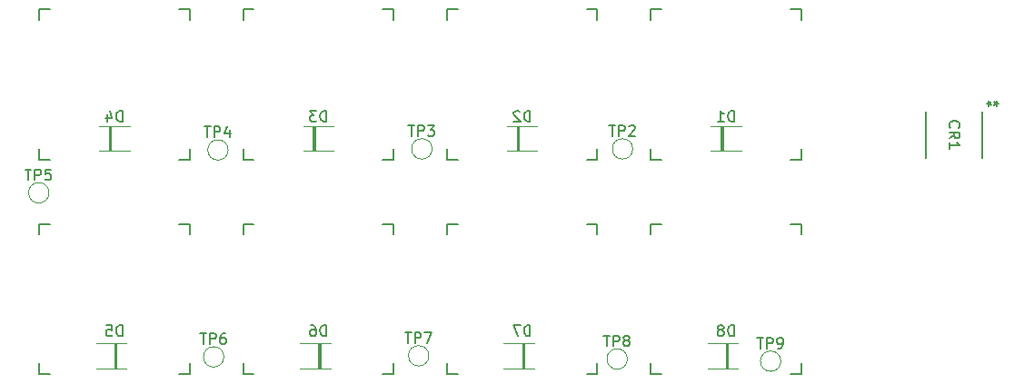
<source format=gbr>
%TF.GenerationSoftware,KiCad,Pcbnew,8.0.2*%
%TF.CreationDate,2024-06-01T03:16:02+02:00*%
%TF.ProjectId,Hellboard,48656c6c-626f-4617-9264-2e6b69636164,rev?*%
%TF.SameCoordinates,Original*%
%TF.FileFunction,Legend,Top*%
%TF.FilePolarity,Positive*%
%FSLAX46Y46*%
G04 Gerber Fmt 4.6, Leading zero omitted, Abs format (unit mm)*
G04 Created by KiCad (PCBNEW 8.0.2) date 2024-06-01 03:16:02*
%MOMM*%
%LPD*%
G01*
G04 APERTURE LIST*
%ADD10C,0.150000*%
%ADD11C,0.120000*%
%ADD12C,0.152400*%
G04 APERTURE END LIST*
D10*
X81638095Y-55806819D02*
X82209523Y-55806819D01*
X81923809Y-56806819D02*
X81923809Y-55806819D01*
X82542857Y-56806819D02*
X82542857Y-55806819D01*
X82542857Y-55806819D02*
X82923809Y-55806819D01*
X82923809Y-55806819D02*
X83019047Y-55854438D01*
X83019047Y-55854438D02*
X83066666Y-55902057D01*
X83066666Y-55902057D02*
X83114285Y-55997295D01*
X83114285Y-55997295D02*
X83114285Y-56140152D01*
X83114285Y-56140152D02*
X83066666Y-56235390D01*
X83066666Y-56235390D02*
X83019047Y-56283009D01*
X83019047Y-56283009D02*
X82923809Y-56330628D01*
X82923809Y-56330628D02*
X82542857Y-56330628D01*
X83447619Y-55806819D02*
X84066666Y-55806819D01*
X84066666Y-55806819D02*
X83733333Y-56187771D01*
X83733333Y-56187771D02*
X83876190Y-56187771D01*
X83876190Y-56187771D02*
X83971428Y-56235390D01*
X83971428Y-56235390D02*
X84019047Y-56283009D01*
X84019047Y-56283009D02*
X84066666Y-56378247D01*
X84066666Y-56378247D02*
X84066666Y-56616342D01*
X84066666Y-56616342D02*
X84019047Y-56711580D01*
X84019047Y-56711580D02*
X83971428Y-56759200D01*
X83971428Y-56759200D02*
X83876190Y-56806819D01*
X83876190Y-56806819D02*
X83590476Y-56806819D01*
X83590476Y-56806819D02*
X83495238Y-56759200D01*
X83495238Y-56759200D02*
X83447619Y-56711580D01*
X73988094Y-75454819D02*
X73988094Y-74454819D01*
X73988094Y-74454819D02*
X73749999Y-74454819D01*
X73749999Y-74454819D02*
X73607142Y-74502438D01*
X73607142Y-74502438D02*
X73511904Y-74597676D01*
X73511904Y-74597676D02*
X73464285Y-74692914D01*
X73464285Y-74692914D02*
X73416666Y-74883390D01*
X73416666Y-74883390D02*
X73416666Y-75026247D01*
X73416666Y-75026247D02*
X73464285Y-75216723D01*
X73464285Y-75216723D02*
X73511904Y-75311961D01*
X73511904Y-75311961D02*
X73607142Y-75407200D01*
X73607142Y-75407200D02*
X73749999Y-75454819D01*
X73749999Y-75454819D02*
X73988094Y-75454819D01*
X72559523Y-74454819D02*
X72749999Y-74454819D01*
X72749999Y-74454819D02*
X72845237Y-74502438D01*
X72845237Y-74502438D02*
X72892856Y-74550057D01*
X72892856Y-74550057D02*
X72988094Y-74692914D01*
X72988094Y-74692914D02*
X73035713Y-74883390D01*
X73035713Y-74883390D02*
X73035713Y-75264342D01*
X73035713Y-75264342D02*
X72988094Y-75359580D01*
X72988094Y-75359580D02*
X72940475Y-75407200D01*
X72940475Y-75407200D02*
X72845237Y-75454819D01*
X72845237Y-75454819D02*
X72654761Y-75454819D01*
X72654761Y-75454819D02*
X72559523Y-75407200D01*
X72559523Y-75407200D02*
X72511904Y-75359580D01*
X72511904Y-75359580D02*
X72464285Y-75264342D01*
X72464285Y-75264342D02*
X72464285Y-75026247D01*
X72464285Y-75026247D02*
X72511904Y-74931009D01*
X72511904Y-74931009D02*
X72559523Y-74883390D01*
X72559523Y-74883390D02*
X72654761Y-74835771D01*
X72654761Y-74835771D02*
X72845237Y-74835771D01*
X72845237Y-74835771D02*
X72940475Y-74883390D01*
X72940475Y-74883390D02*
X72988094Y-74931009D01*
X72988094Y-74931009D02*
X73035713Y-75026247D01*
X99838095Y-75406819D02*
X100409523Y-75406819D01*
X100123809Y-76406819D02*
X100123809Y-75406819D01*
X100742857Y-76406819D02*
X100742857Y-75406819D01*
X100742857Y-75406819D02*
X101123809Y-75406819D01*
X101123809Y-75406819D02*
X101219047Y-75454438D01*
X101219047Y-75454438D02*
X101266666Y-75502057D01*
X101266666Y-75502057D02*
X101314285Y-75597295D01*
X101314285Y-75597295D02*
X101314285Y-75740152D01*
X101314285Y-75740152D02*
X101266666Y-75835390D01*
X101266666Y-75835390D02*
X101219047Y-75883009D01*
X101219047Y-75883009D02*
X101123809Y-75930628D01*
X101123809Y-75930628D02*
X100742857Y-75930628D01*
X101885714Y-75835390D02*
X101790476Y-75787771D01*
X101790476Y-75787771D02*
X101742857Y-75740152D01*
X101742857Y-75740152D02*
X101695238Y-75644914D01*
X101695238Y-75644914D02*
X101695238Y-75597295D01*
X101695238Y-75597295D02*
X101742857Y-75502057D01*
X101742857Y-75502057D02*
X101790476Y-75454438D01*
X101790476Y-75454438D02*
X101885714Y-75406819D01*
X101885714Y-75406819D02*
X102076190Y-75406819D01*
X102076190Y-75406819D02*
X102171428Y-75454438D01*
X102171428Y-75454438D02*
X102219047Y-75502057D01*
X102219047Y-75502057D02*
X102266666Y-75597295D01*
X102266666Y-75597295D02*
X102266666Y-75644914D01*
X102266666Y-75644914D02*
X102219047Y-75740152D01*
X102219047Y-75740152D02*
X102171428Y-75787771D01*
X102171428Y-75787771D02*
X102076190Y-75835390D01*
X102076190Y-75835390D02*
X101885714Y-75835390D01*
X101885714Y-75835390D02*
X101790476Y-75883009D01*
X101790476Y-75883009D02*
X101742857Y-75930628D01*
X101742857Y-75930628D02*
X101695238Y-76025866D01*
X101695238Y-76025866D02*
X101695238Y-76216342D01*
X101695238Y-76216342D02*
X101742857Y-76311580D01*
X101742857Y-76311580D02*
X101790476Y-76359200D01*
X101790476Y-76359200D02*
X101885714Y-76406819D01*
X101885714Y-76406819D02*
X102076190Y-76406819D01*
X102076190Y-76406819D02*
X102171428Y-76359200D01*
X102171428Y-76359200D02*
X102219047Y-76311580D01*
X102219047Y-76311580D02*
X102266666Y-76216342D01*
X102266666Y-76216342D02*
X102266666Y-76025866D01*
X102266666Y-76025866D02*
X102219047Y-75930628D01*
X102219047Y-75930628D02*
X102171428Y-75883009D01*
X102171428Y-75883009D02*
X102076190Y-75835390D01*
X111988094Y-75454819D02*
X111988094Y-74454819D01*
X111988094Y-74454819D02*
X111749999Y-74454819D01*
X111749999Y-74454819D02*
X111607142Y-74502438D01*
X111607142Y-74502438D02*
X111511904Y-74597676D01*
X111511904Y-74597676D02*
X111464285Y-74692914D01*
X111464285Y-74692914D02*
X111416666Y-74883390D01*
X111416666Y-74883390D02*
X111416666Y-75026247D01*
X111416666Y-75026247D02*
X111464285Y-75216723D01*
X111464285Y-75216723D02*
X111511904Y-75311961D01*
X111511904Y-75311961D02*
X111607142Y-75407200D01*
X111607142Y-75407200D02*
X111749999Y-75454819D01*
X111749999Y-75454819D02*
X111988094Y-75454819D01*
X110845237Y-74883390D02*
X110940475Y-74835771D01*
X110940475Y-74835771D02*
X110988094Y-74788152D01*
X110988094Y-74788152D02*
X111035713Y-74692914D01*
X111035713Y-74692914D02*
X111035713Y-74645295D01*
X111035713Y-74645295D02*
X110988094Y-74550057D01*
X110988094Y-74550057D02*
X110940475Y-74502438D01*
X110940475Y-74502438D02*
X110845237Y-74454819D01*
X110845237Y-74454819D02*
X110654761Y-74454819D01*
X110654761Y-74454819D02*
X110559523Y-74502438D01*
X110559523Y-74502438D02*
X110511904Y-74550057D01*
X110511904Y-74550057D02*
X110464285Y-74645295D01*
X110464285Y-74645295D02*
X110464285Y-74692914D01*
X110464285Y-74692914D02*
X110511904Y-74788152D01*
X110511904Y-74788152D02*
X110559523Y-74835771D01*
X110559523Y-74835771D02*
X110654761Y-74883390D01*
X110654761Y-74883390D02*
X110845237Y-74883390D01*
X110845237Y-74883390D02*
X110940475Y-74931009D01*
X110940475Y-74931009D02*
X110988094Y-74978628D01*
X110988094Y-74978628D02*
X111035713Y-75073866D01*
X111035713Y-75073866D02*
X111035713Y-75264342D01*
X111035713Y-75264342D02*
X110988094Y-75359580D01*
X110988094Y-75359580D02*
X110940475Y-75407200D01*
X110940475Y-75407200D02*
X110845237Y-75454819D01*
X110845237Y-75454819D02*
X110654761Y-75454819D01*
X110654761Y-75454819D02*
X110559523Y-75407200D01*
X110559523Y-75407200D02*
X110511904Y-75359580D01*
X110511904Y-75359580D02*
X110464285Y-75264342D01*
X110464285Y-75264342D02*
X110464285Y-75073866D01*
X110464285Y-75073866D02*
X110511904Y-74978628D01*
X110511904Y-74978628D02*
X110559523Y-74931009D01*
X110559523Y-74931009D02*
X110654761Y-74883390D01*
X62238095Y-75206819D02*
X62809523Y-75206819D01*
X62523809Y-76206819D02*
X62523809Y-75206819D01*
X63142857Y-76206819D02*
X63142857Y-75206819D01*
X63142857Y-75206819D02*
X63523809Y-75206819D01*
X63523809Y-75206819D02*
X63619047Y-75254438D01*
X63619047Y-75254438D02*
X63666666Y-75302057D01*
X63666666Y-75302057D02*
X63714285Y-75397295D01*
X63714285Y-75397295D02*
X63714285Y-75540152D01*
X63714285Y-75540152D02*
X63666666Y-75635390D01*
X63666666Y-75635390D02*
X63619047Y-75683009D01*
X63619047Y-75683009D02*
X63523809Y-75730628D01*
X63523809Y-75730628D02*
X63142857Y-75730628D01*
X64571428Y-75206819D02*
X64380952Y-75206819D01*
X64380952Y-75206819D02*
X64285714Y-75254438D01*
X64285714Y-75254438D02*
X64238095Y-75302057D01*
X64238095Y-75302057D02*
X64142857Y-75444914D01*
X64142857Y-75444914D02*
X64095238Y-75635390D01*
X64095238Y-75635390D02*
X64095238Y-76016342D01*
X64095238Y-76016342D02*
X64142857Y-76111580D01*
X64142857Y-76111580D02*
X64190476Y-76159200D01*
X64190476Y-76159200D02*
X64285714Y-76206819D01*
X64285714Y-76206819D02*
X64476190Y-76206819D01*
X64476190Y-76206819D02*
X64571428Y-76159200D01*
X64571428Y-76159200D02*
X64619047Y-76111580D01*
X64619047Y-76111580D02*
X64666666Y-76016342D01*
X64666666Y-76016342D02*
X64666666Y-75778247D01*
X64666666Y-75778247D02*
X64619047Y-75683009D01*
X64619047Y-75683009D02*
X64571428Y-75635390D01*
X64571428Y-75635390D02*
X64476190Y-75587771D01*
X64476190Y-75587771D02*
X64285714Y-75587771D01*
X64285714Y-75587771D02*
X64190476Y-75635390D01*
X64190476Y-75635390D02*
X64142857Y-75683009D01*
X64142857Y-75683009D02*
X64095238Y-75778247D01*
X132135419Y-56023633D02*
X132087800Y-55976014D01*
X132087800Y-55976014D02*
X132040180Y-55833157D01*
X132040180Y-55833157D02*
X132040180Y-55737919D01*
X132040180Y-55737919D02*
X132087800Y-55595062D01*
X132087800Y-55595062D02*
X132183038Y-55499824D01*
X132183038Y-55499824D02*
X132278276Y-55452205D01*
X132278276Y-55452205D02*
X132468752Y-55404586D01*
X132468752Y-55404586D02*
X132611609Y-55404586D01*
X132611609Y-55404586D02*
X132802085Y-55452205D01*
X132802085Y-55452205D02*
X132897323Y-55499824D01*
X132897323Y-55499824D02*
X132992561Y-55595062D01*
X132992561Y-55595062D02*
X133040180Y-55737919D01*
X133040180Y-55737919D02*
X133040180Y-55833157D01*
X133040180Y-55833157D02*
X132992561Y-55976014D01*
X132992561Y-55976014D02*
X132944942Y-56023633D01*
X132040180Y-57023633D02*
X132516371Y-56690300D01*
X132040180Y-56452205D02*
X133040180Y-56452205D01*
X133040180Y-56452205D02*
X133040180Y-56833157D01*
X133040180Y-56833157D02*
X132992561Y-56928395D01*
X132992561Y-56928395D02*
X132944942Y-56976014D01*
X132944942Y-56976014D02*
X132849704Y-57023633D01*
X132849704Y-57023633D02*
X132706847Y-57023633D01*
X132706847Y-57023633D02*
X132611609Y-56976014D01*
X132611609Y-56976014D02*
X132563990Y-56928395D01*
X132563990Y-56928395D02*
X132516371Y-56833157D01*
X132516371Y-56833157D02*
X132516371Y-56452205D01*
X132040180Y-57976014D02*
X132040180Y-57404586D01*
X132040180Y-57690300D02*
X133040180Y-57690300D01*
X133040180Y-57690300D02*
X132897323Y-57595062D01*
X132897323Y-57595062D02*
X132802085Y-57499824D01*
X132802085Y-57499824D02*
X132754466Y-57404586D01*
X136646180Y-53756600D02*
X136408085Y-53756600D01*
X136503323Y-53518505D02*
X136408085Y-53756600D01*
X136408085Y-53756600D02*
X136503323Y-53994695D01*
X136217609Y-53613743D02*
X136408085Y-53756600D01*
X136408085Y-53756600D02*
X136217609Y-53899457D01*
X135555819Y-53756599D02*
X135793914Y-53756599D01*
X135698676Y-53994694D02*
X135793914Y-53756599D01*
X135793914Y-53756599D02*
X135698676Y-53518504D01*
X135984390Y-53899456D02*
X135793914Y-53756599D01*
X135793914Y-53756599D02*
X135984390Y-53613742D01*
X81338095Y-75106819D02*
X81909523Y-75106819D01*
X81623809Y-76106819D02*
X81623809Y-75106819D01*
X82242857Y-76106819D02*
X82242857Y-75106819D01*
X82242857Y-75106819D02*
X82623809Y-75106819D01*
X82623809Y-75106819D02*
X82719047Y-75154438D01*
X82719047Y-75154438D02*
X82766666Y-75202057D01*
X82766666Y-75202057D02*
X82814285Y-75297295D01*
X82814285Y-75297295D02*
X82814285Y-75440152D01*
X82814285Y-75440152D02*
X82766666Y-75535390D01*
X82766666Y-75535390D02*
X82719047Y-75583009D01*
X82719047Y-75583009D02*
X82623809Y-75630628D01*
X82623809Y-75630628D02*
X82242857Y-75630628D01*
X83147619Y-75106819D02*
X83814285Y-75106819D01*
X83814285Y-75106819D02*
X83385714Y-76106819D01*
X111988094Y-55454819D02*
X111988094Y-54454819D01*
X111988094Y-54454819D02*
X111749999Y-54454819D01*
X111749999Y-54454819D02*
X111607142Y-54502438D01*
X111607142Y-54502438D02*
X111511904Y-54597676D01*
X111511904Y-54597676D02*
X111464285Y-54692914D01*
X111464285Y-54692914D02*
X111416666Y-54883390D01*
X111416666Y-54883390D02*
X111416666Y-55026247D01*
X111416666Y-55026247D02*
X111464285Y-55216723D01*
X111464285Y-55216723D02*
X111511904Y-55311961D01*
X111511904Y-55311961D02*
X111607142Y-55407200D01*
X111607142Y-55407200D02*
X111749999Y-55454819D01*
X111749999Y-55454819D02*
X111988094Y-55454819D01*
X110464285Y-55454819D02*
X111035713Y-55454819D01*
X110749999Y-55454819D02*
X110749999Y-54454819D01*
X110749999Y-54454819D02*
X110845237Y-54597676D01*
X110845237Y-54597676D02*
X110940475Y-54692914D01*
X110940475Y-54692914D02*
X111035713Y-54740533D01*
X92988094Y-55454819D02*
X92988094Y-54454819D01*
X92988094Y-54454819D02*
X92749999Y-54454819D01*
X92749999Y-54454819D02*
X92607142Y-54502438D01*
X92607142Y-54502438D02*
X92511904Y-54597676D01*
X92511904Y-54597676D02*
X92464285Y-54692914D01*
X92464285Y-54692914D02*
X92416666Y-54883390D01*
X92416666Y-54883390D02*
X92416666Y-55026247D01*
X92416666Y-55026247D02*
X92464285Y-55216723D01*
X92464285Y-55216723D02*
X92511904Y-55311961D01*
X92511904Y-55311961D02*
X92607142Y-55407200D01*
X92607142Y-55407200D02*
X92749999Y-55454819D01*
X92749999Y-55454819D02*
X92988094Y-55454819D01*
X92035713Y-54550057D02*
X91988094Y-54502438D01*
X91988094Y-54502438D02*
X91892856Y-54454819D01*
X91892856Y-54454819D02*
X91654761Y-54454819D01*
X91654761Y-54454819D02*
X91559523Y-54502438D01*
X91559523Y-54502438D02*
X91511904Y-54550057D01*
X91511904Y-54550057D02*
X91464285Y-54645295D01*
X91464285Y-54645295D02*
X91464285Y-54740533D01*
X91464285Y-54740533D02*
X91511904Y-54883390D01*
X91511904Y-54883390D02*
X92083332Y-55454819D01*
X92083332Y-55454819D02*
X91464285Y-55454819D01*
X73988094Y-55454819D02*
X73988094Y-54454819D01*
X73988094Y-54454819D02*
X73749999Y-54454819D01*
X73749999Y-54454819D02*
X73607142Y-54502438D01*
X73607142Y-54502438D02*
X73511904Y-54597676D01*
X73511904Y-54597676D02*
X73464285Y-54692914D01*
X73464285Y-54692914D02*
X73416666Y-54883390D01*
X73416666Y-54883390D02*
X73416666Y-55026247D01*
X73416666Y-55026247D02*
X73464285Y-55216723D01*
X73464285Y-55216723D02*
X73511904Y-55311961D01*
X73511904Y-55311961D02*
X73607142Y-55407200D01*
X73607142Y-55407200D02*
X73749999Y-55454819D01*
X73749999Y-55454819D02*
X73988094Y-55454819D01*
X73083332Y-54454819D02*
X72464285Y-54454819D01*
X72464285Y-54454819D02*
X72797618Y-54835771D01*
X72797618Y-54835771D02*
X72654761Y-54835771D01*
X72654761Y-54835771D02*
X72559523Y-54883390D01*
X72559523Y-54883390D02*
X72511904Y-54931009D01*
X72511904Y-54931009D02*
X72464285Y-55026247D01*
X72464285Y-55026247D02*
X72464285Y-55264342D01*
X72464285Y-55264342D02*
X72511904Y-55359580D01*
X72511904Y-55359580D02*
X72559523Y-55407200D01*
X72559523Y-55407200D02*
X72654761Y-55454819D01*
X72654761Y-55454819D02*
X72940475Y-55454819D01*
X72940475Y-55454819D02*
X73035713Y-55407200D01*
X73035713Y-55407200D02*
X73083332Y-55359580D01*
X45938095Y-59906819D02*
X46509523Y-59906819D01*
X46223809Y-60906819D02*
X46223809Y-59906819D01*
X46842857Y-60906819D02*
X46842857Y-59906819D01*
X46842857Y-59906819D02*
X47223809Y-59906819D01*
X47223809Y-59906819D02*
X47319047Y-59954438D01*
X47319047Y-59954438D02*
X47366666Y-60002057D01*
X47366666Y-60002057D02*
X47414285Y-60097295D01*
X47414285Y-60097295D02*
X47414285Y-60240152D01*
X47414285Y-60240152D02*
X47366666Y-60335390D01*
X47366666Y-60335390D02*
X47319047Y-60383009D01*
X47319047Y-60383009D02*
X47223809Y-60430628D01*
X47223809Y-60430628D02*
X46842857Y-60430628D01*
X48319047Y-59906819D02*
X47842857Y-59906819D01*
X47842857Y-59906819D02*
X47795238Y-60383009D01*
X47795238Y-60383009D02*
X47842857Y-60335390D01*
X47842857Y-60335390D02*
X47938095Y-60287771D01*
X47938095Y-60287771D02*
X48176190Y-60287771D01*
X48176190Y-60287771D02*
X48271428Y-60335390D01*
X48271428Y-60335390D02*
X48319047Y-60383009D01*
X48319047Y-60383009D02*
X48366666Y-60478247D01*
X48366666Y-60478247D02*
X48366666Y-60716342D01*
X48366666Y-60716342D02*
X48319047Y-60811580D01*
X48319047Y-60811580D02*
X48271428Y-60859200D01*
X48271428Y-60859200D02*
X48176190Y-60906819D01*
X48176190Y-60906819D02*
X47938095Y-60906819D01*
X47938095Y-60906819D02*
X47842857Y-60859200D01*
X47842857Y-60859200D02*
X47795238Y-60811580D01*
X100338095Y-55806819D02*
X100909523Y-55806819D01*
X100623809Y-56806819D02*
X100623809Y-55806819D01*
X101242857Y-56806819D02*
X101242857Y-55806819D01*
X101242857Y-55806819D02*
X101623809Y-55806819D01*
X101623809Y-55806819D02*
X101719047Y-55854438D01*
X101719047Y-55854438D02*
X101766666Y-55902057D01*
X101766666Y-55902057D02*
X101814285Y-55997295D01*
X101814285Y-55997295D02*
X101814285Y-56140152D01*
X101814285Y-56140152D02*
X101766666Y-56235390D01*
X101766666Y-56235390D02*
X101719047Y-56283009D01*
X101719047Y-56283009D02*
X101623809Y-56330628D01*
X101623809Y-56330628D02*
X101242857Y-56330628D01*
X102195238Y-55902057D02*
X102242857Y-55854438D01*
X102242857Y-55854438D02*
X102338095Y-55806819D01*
X102338095Y-55806819D02*
X102576190Y-55806819D01*
X102576190Y-55806819D02*
X102671428Y-55854438D01*
X102671428Y-55854438D02*
X102719047Y-55902057D01*
X102719047Y-55902057D02*
X102766666Y-55997295D01*
X102766666Y-55997295D02*
X102766666Y-56092533D01*
X102766666Y-56092533D02*
X102719047Y-56235390D01*
X102719047Y-56235390D02*
X102147619Y-56806819D01*
X102147619Y-56806819D02*
X102766666Y-56806819D01*
X92988094Y-75454819D02*
X92988094Y-74454819D01*
X92988094Y-74454819D02*
X92749999Y-74454819D01*
X92749999Y-74454819D02*
X92607142Y-74502438D01*
X92607142Y-74502438D02*
X92511904Y-74597676D01*
X92511904Y-74597676D02*
X92464285Y-74692914D01*
X92464285Y-74692914D02*
X92416666Y-74883390D01*
X92416666Y-74883390D02*
X92416666Y-75026247D01*
X92416666Y-75026247D02*
X92464285Y-75216723D01*
X92464285Y-75216723D02*
X92511904Y-75311961D01*
X92511904Y-75311961D02*
X92607142Y-75407200D01*
X92607142Y-75407200D02*
X92749999Y-75454819D01*
X92749999Y-75454819D02*
X92988094Y-75454819D01*
X92083332Y-74454819D02*
X91416666Y-74454819D01*
X91416666Y-74454819D02*
X91845237Y-75454819D01*
X114138095Y-75606819D02*
X114709523Y-75606819D01*
X114423809Y-76606819D02*
X114423809Y-75606819D01*
X115042857Y-76606819D02*
X115042857Y-75606819D01*
X115042857Y-75606819D02*
X115423809Y-75606819D01*
X115423809Y-75606819D02*
X115519047Y-75654438D01*
X115519047Y-75654438D02*
X115566666Y-75702057D01*
X115566666Y-75702057D02*
X115614285Y-75797295D01*
X115614285Y-75797295D02*
X115614285Y-75940152D01*
X115614285Y-75940152D02*
X115566666Y-76035390D01*
X115566666Y-76035390D02*
X115519047Y-76083009D01*
X115519047Y-76083009D02*
X115423809Y-76130628D01*
X115423809Y-76130628D02*
X115042857Y-76130628D01*
X116090476Y-76606819D02*
X116280952Y-76606819D01*
X116280952Y-76606819D02*
X116376190Y-76559200D01*
X116376190Y-76559200D02*
X116423809Y-76511580D01*
X116423809Y-76511580D02*
X116519047Y-76368723D01*
X116519047Y-76368723D02*
X116566666Y-76178247D01*
X116566666Y-76178247D02*
X116566666Y-75797295D01*
X116566666Y-75797295D02*
X116519047Y-75702057D01*
X116519047Y-75702057D02*
X116471428Y-75654438D01*
X116471428Y-75654438D02*
X116376190Y-75606819D01*
X116376190Y-75606819D02*
X116185714Y-75606819D01*
X116185714Y-75606819D02*
X116090476Y-75654438D01*
X116090476Y-75654438D02*
X116042857Y-75702057D01*
X116042857Y-75702057D02*
X115995238Y-75797295D01*
X115995238Y-75797295D02*
X115995238Y-76035390D01*
X115995238Y-76035390D02*
X116042857Y-76130628D01*
X116042857Y-76130628D02*
X116090476Y-76178247D01*
X116090476Y-76178247D02*
X116185714Y-76225866D01*
X116185714Y-76225866D02*
X116376190Y-76225866D01*
X116376190Y-76225866D02*
X116471428Y-76178247D01*
X116471428Y-76178247D02*
X116519047Y-76130628D01*
X116519047Y-76130628D02*
X116566666Y-76035390D01*
X54988094Y-55454819D02*
X54988094Y-54454819D01*
X54988094Y-54454819D02*
X54749999Y-54454819D01*
X54749999Y-54454819D02*
X54607142Y-54502438D01*
X54607142Y-54502438D02*
X54511904Y-54597676D01*
X54511904Y-54597676D02*
X54464285Y-54692914D01*
X54464285Y-54692914D02*
X54416666Y-54883390D01*
X54416666Y-54883390D02*
X54416666Y-55026247D01*
X54416666Y-55026247D02*
X54464285Y-55216723D01*
X54464285Y-55216723D02*
X54511904Y-55311961D01*
X54511904Y-55311961D02*
X54607142Y-55407200D01*
X54607142Y-55407200D02*
X54749999Y-55454819D01*
X54749999Y-55454819D02*
X54988094Y-55454819D01*
X53559523Y-54788152D02*
X53559523Y-55454819D01*
X53797618Y-54407200D02*
X54035713Y-55121485D01*
X54035713Y-55121485D02*
X53416666Y-55121485D01*
X54988094Y-75454819D02*
X54988094Y-74454819D01*
X54988094Y-74454819D02*
X54749999Y-74454819D01*
X54749999Y-74454819D02*
X54607142Y-74502438D01*
X54607142Y-74502438D02*
X54511904Y-74597676D01*
X54511904Y-74597676D02*
X54464285Y-74692914D01*
X54464285Y-74692914D02*
X54416666Y-74883390D01*
X54416666Y-74883390D02*
X54416666Y-75026247D01*
X54416666Y-75026247D02*
X54464285Y-75216723D01*
X54464285Y-75216723D02*
X54511904Y-75311961D01*
X54511904Y-75311961D02*
X54607142Y-75407200D01*
X54607142Y-75407200D02*
X54749999Y-75454819D01*
X54749999Y-75454819D02*
X54988094Y-75454819D01*
X53511904Y-74454819D02*
X53988094Y-74454819D01*
X53988094Y-74454819D02*
X54035713Y-74931009D01*
X54035713Y-74931009D02*
X53988094Y-74883390D01*
X53988094Y-74883390D02*
X53892856Y-74835771D01*
X53892856Y-74835771D02*
X53654761Y-74835771D01*
X53654761Y-74835771D02*
X53559523Y-74883390D01*
X53559523Y-74883390D02*
X53511904Y-74931009D01*
X53511904Y-74931009D02*
X53464285Y-75026247D01*
X53464285Y-75026247D02*
X53464285Y-75264342D01*
X53464285Y-75264342D02*
X53511904Y-75359580D01*
X53511904Y-75359580D02*
X53559523Y-75407200D01*
X53559523Y-75407200D02*
X53654761Y-75454819D01*
X53654761Y-75454819D02*
X53892856Y-75454819D01*
X53892856Y-75454819D02*
X53988094Y-75407200D01*
X53988094Y-75407200D02*
X54035713Y-75359580D01*
X62638095Y-55906819D02*
X63209523Y-55906819D01*
X62923809Y-56906819D02*
X62923809Y-55906819D01*
X63542857Y-56906819D02*
X63542857Y-55906819D01*
X63542857Y-55906819D02*
X63923809Y-55906819D01*
X63923809Y-55906819D02*
X64019047Y-55954438D01*
X64019047Y-55954438D02*
X64066666Y-56002057D01*
X64066666Y-56002057D02*
X64114285Y-56097295D01*
X64114285Y-56097295D02*
X64114285Y-56240152D01*
X64114285Y-56240152D02*
X64066666Y-56335390D01*
X64066666Y-56335390D02*
X64019047Y-56383009D01*
X64019047Y-56383009D02*
X63923809Y-56430628D01*
X63923809Y-56430628D02*
X63542857Y-56430628D01*
X64971428Y-56240152D02*
X64971428Y-56906819D01*
X64733333Y-55859200D02*
X64495238Y-56573485D01*
X64495238Y-56573485D02*
X65114285Y-56573485D01*
D11*
%TO.C,TP3*%
X83850000Y-58000000D02*
G75*
G02*
X81950000Y-58000000I-950000J0D01*
G01*
X81950000Y-58000000D02*
G75*
G02*
X83850000Y-58000000I950000J0D01*
G01*
D10*
%TO.C,D6*%
X66250000Y-66000000D02*
X66250000Y-65000000D01*
X66250000Y-79000000D02*
X66250000Y-78000000D01*
X66250000Y-79000000D02*
X67250000Y-79000000D01*
X67250000Y-65000000D02*
X66250000Y-65000000D01*
D11*
X74370000Y-76150000D02*
X71530000Y-76150000D01*
X74370000Y-78450000D02*
X71530000Y-78450000D01*
D10*
X79250000Y-79000000D02*
X80250000Y-79000000D01*
X80250000Y-65000000D02*
X79250000Y-65000000D01*
X80250000Y-65000000D02*
X80250000Y-66000000D01*
X80250000Y-78000000D02*
X80250000Y-79000000D01*
D11*
X73250000Y-76150000D02*
X73450000Y-76150000D01*
X73450000Y-78450000D01*
X73250000Y-78450000D01*
X73250000Y-76150000D01*
G36*
X73250000Y-76150000D02*
G01*
X73450000Y-76150000D01*
X73450000Y-78450000D01*
X73250000Y-78450000D01*
X73250000Y-76150000D01*
G37*
%TO.C,TP8*%
X102050000Y-77600000D02*
G75*
G02*
X100150000Y-77600000I-950000J0D01*
G01*
X100150000Y-77600000D02*
G75*
G02*
X102050000Y-77600000I950000J0D01*
G01*
D10*
%TO.C,D8*%
X104250000Y-66000000D02*
X104250000Y-65000000D01*
X104250000Y-79000000D02*
X104250000Y-78000000D01*
X104250000Y-79000000D02*
X105250000Y-79000000D01*
X105250000Y-65000000D02*
X104250000Y-65000000D01*
D11*
X112370000Y-76150000D02*
X109530000Y-76150000D01*
X112370000Y-78450000D02*
X109530000Y-78450000D01*
D10*
X117250000Y-79000000D02*
X118250000Y-79000000D01*
X118250000Y-65000000D02*
X117250000Y-65000000D01*
X118250000Y-65000000D02*
X118250000Y-66000000D01*
X118250000Y-78000000D02*
X118250000Y-79000000D01*
D11*
X111250000Y-76150000D02*
X111450000Y-76150000D01*
X111450000Y-78450000D01*
X111250000Y-78450000D01*
X111250000Y-76150000D01*
G36*
X111250000Y-76150000D02*
G01*
X111450000Y-76150000D01*
X111450000Y-78450000D01*
X111250000Y-78450000D01*
X111250000Y-76150000D01*
G37*
%TO.C,TP6*%
X64450000Y-77400000D02*
G75*
G02*
X62550000Y-77400000I-950000J0D01*
G01*
X62550000Y-77400000D02*
G75*
G02*
X64450000Y-77400000I950000J0D01*
G01*
D12*
%TO.C,CR1*%
X129866100Y-54556700D02*
X129866100Y-58823900D01*
X135123900Y-58823900D02*
X135123900Y-54556700D01*
D11*
%TO.C,TP7*%
X83550000Y-77300000D02*
G75*
G02*
X81650000Y-77300000I-950000J0D01*
G01*
X81650000Y-77300000D02*
G75*
G02*
X83550000Y-77300000I950000J0D01*
G01*
D10*
%TO.C,D1*%
X104250000Y-46000000D02*
X104250000Y-45000000D01*
X104250000Y-59000000D02*
X104250000Y-58000000D01*
X104250000Y-59000000D02*
X105250000Y-59000000D01*
X105250000Y-45000000D02*
X104250000Y-45000000D01*
D11*
X109830000Y-55850000D02*
X112670000Y-55850000D01*
X109830000Y-58150000D02*
X112670000Y-58150000D01*
D10*
X117250000Y-59000000D02*
X118250000Y-59000000D01*
X118250000Y-45000000D02*
X117250000Y-45000000D01*
X118250000Y-45000000D02*
X118250000Y-46000000D01*
X118250000Y-58000000D02*
X118250000Y-59000000D01*
D11*
X110950000Y-58150000D02*
X110750000Y-58150000D01*
X110750000Y-55850000D01*
X110950000Y-55850000D01*
X110950000Y-58150000D01*
G36*
X110950000Y-58150000D02*
G01*
X110750000Y-58150000D01*
X110750000Y-55850000D01*
X110950000Y-55850000D01*
X110950000Y-58150000D01*
G37*
D10*
%TO.C,D2*%
X85250000Y-46000000D02*
X85250000Y-45000000D01*
X85250000Y-59000000D02*
X85250000Y-58000000D01*
X85250000Y-59000000D02*
X86250000Y-59000000D01*
X86250000Y-45000000D02*
X85250000Y-45000000D01*
D11*
X90830000Y-55850000D02*
X93670000Y-55850000D01*
X90830000Y-58150000D02*
X93670000Y-58150000D01*
D10*
X98250000Y-59000000D02*
X99250000Y-59000000D01*
X99250000Y-45000000D02*
X98250000Y-45000000D01*
X99250000Y-45000000D02*
X99250000Y-46000000D01*
X99250000Y-58000000D02*
X99250000Y-59000000D01*
D11*
X91950000Y-58150000D02*
X91750000Y-58150000D01*
X91750000Y-55850000D01*
X91950000Y-55850000D01*
X91950000Y-58150000D01*
G36*
X91950000Y-58150000D02*
G01*
X91750000Y-58150000D01*
X91750000Y-55850000D01*
X91950000Y-55850000D01*
X91950000Y-58150000D01*
G37*
D10*
%TO.C,D3*%
X66250000Y-46000000D02*
X66250000Y-45000000D01*
X66250000Y-59000000D02*
X66250000Y-58000000D01*
X66250000Y-59000000D02*
X67250000Y-59000000D01*
X67250000Y-45000000D02*
X66250000Y-45000000D01*
D11*
X71830000Y-55850000D02*
X74670000Y-55850000D01*
X71830000Y-58150000D02*
X74670000Y-58150000D01*
D10*
X79250000Y-59000000D02*
X80250000Y-59000000D01*
X80250000Y-45000000D02*
X79250000Y-45000000D01*
X80250000Y-45000000D02*
X80250000Y-46000000D01*
X80250000Y-58000000D02*
X80250000Y-59000000D01*
D11*
X72950000Y-58150000D02*
X72750000Y-58150000D01*
X72750000Y-55850000D01*
X72950000Y-55850000D01*
X72950000Y-58150000D01*
G36*
X72950000Y-58150000D02*
G01*
X72750000Y-58150000D01*
X72750000Y-55850000D01*
X72950000Y-55850000D01*
X72950000Y-58150000D01*
G37*
%TO.C,TP5*%
X48150000Y-62100000D02*
G75*
G02*
X46250000Y-62100000I-950000J0D01*
G01*
X46250000Y-62100000D02*
G75*
G02*
X48150000Y-62100000I950000J0D01*
G01*
%TO.C,TP2*%
X102550000Y-58000000D02*
G75*
G02*
X100650000Y-58000000I-950000J0D01*
G01*
X100650000Y-58000000D02*
G75*
G02*
X102550000Y-58000000I950000J0D01*
G01*
D10*
%TO.C,D7*%
X85250000Y-66000000D02*
X85250000Y-65000000D01*
X85250000Y-79000000D02*
X85250000Y-78000000D01*
X85250000Y-79000000D02*
X86250000Y-79000000D01*
X86250000Y-65000000D02*
X85250000Y-65000000D01*
D11*
X93370000Y-76150000D02*
X90530000Y-76150000D01*
X93370000Y-78450000D02*
X90530000Y-78450000D01*
D10*
X98250000Y-79000000D02*
X99250000Y-79000000D01*
X99250000Y-65000000D02*
X98250000Y-65000000D01*
X99250000Y-65000000D02*
X99250000Y-66000000D01*
X99250000Y-78000000D02*
X99250000Y-79000000D01*
D11*
X92250000Y-76150000D02*
X92450000Y-76150000D01*
X92450000Y-78450000D01*
X92250000Y-78450000D01*
X92250000Y-76150000D01*
G36*
X92250000Y-76150000D02*
G01*
X92450000Y-76150000D01*
X92450000Y-78450000D01*
X92250000Y-78450000D01*
X92250000Y-76150000D01*
G37*
%TO.C,TP9*%
X116350000Y-77800000D02*
G75*
G02*
X114450000Y-77800000I-950000J0D01*
G01*
X114450000Y-77800000D02*
G75*
G02*
X116350000Y-77800000I950000J0D01*
G01*
D10*
%TO.C,D4*%
X47250000Y-46000000D02*
X47250000Y-45000000D01*
X47250000Y-59000000D02*
X47250000Y-58000000D01*
X47250000Y-59000000D02*
X48250000Y-59000000D01*
X48250000Y-45000000D02*
X47250000Y-45000000D01*
D11*
X52830000Y-55850000D02*
X55670000Y-55850000D01*
X52830000Y-58150000D02*
X55670000Y-58150000D01*
D10*
X60250000Y-59000000D02*
X61250000Y-59000000D01*
X61250000Y-45000000D02*
X60250000Y-45000000D01*
X61250000Y-45000000D02*
X61250000Y-46000000D01*
X61250000Y-58000000D02*
X61250000Y-59000000D01*
D11*
X53950000Y-58150000D02*
X53750000Y-58150000D01*
X53750000Y-55850000D01*
X53950000Y-55850000D01*
X53950000Y-58150000D01*
G36*
X53950000Y-58150000D02*
G01*
X53750000Y-58150000D01*
X53750000Y-55850000D01*
X53950000Y-55850000D01*
X53950000Y-58150000D01*
G37*
D10*
%TO.C,D5*%
X47250000Y-66000000D02*
X47250000Y-65000000D01*
X47250000Y-79000000D02*
X47250000Y-78000000D01*
X47250000Y-79000000D02*
X48250000Y-79000000D01*
X48250000Y-65000000D02*
X47250000Y-65000000D01*
D11*
X55370000Y-76150000D02*
X52530000Y-76150000D01*
X55370000Y-78450000D02*
X52530000Y-78450000D01*
D10*
X60250000Y-79000000D02*
X61250000Y-79000000D01*
X61250000Y-65000000D02*
X60250000Y-65000000D01*
X61250000Y-65000000D02*
X61250000Y-66000000D01*
X61250000Y-78000000D02*
X61250000Y-79000000D01*
D11*
X54250000Y-76150000D02*
X54450000Y-76150000D01*
X54450000Y-78450000D01*
X54250000Y-78450000D01*
X54250000Y-76150000D01*
G36*
X54250000Y-76150000D02*
G01*
X54450000Y-76150000D01*
X54450000Y-78450000D01*
X54250000Y-78450000D01*
X54250000Y-76150000D01*
G37*
%TO.C,TP4*%
X64850000Y-58100000D02*
G75*
G02*
X62950000Y-58100000I-950000J0D01*
G01*
X62950000Y-58100000D02*
G75*
G02*
X64850000Y-58100000I950000J0D01*
G01*
%TD*%
M02*

</source>
